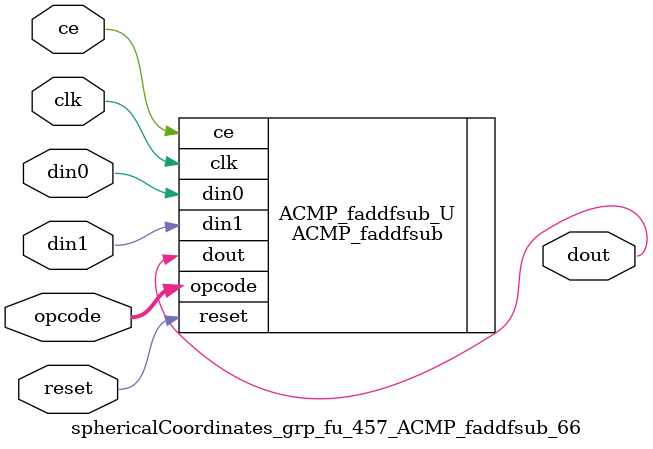
<source format=v>

`timescale 1 ns / 1 ps
module sphericalCoordinates_grp_fu_457_ACMP_faddfsub_66(
    clk,
    reset,
    ce,
    din0,
    din1,
    opcode,
    dout);

parameter ID = 32'd1;
parameter NUM_STAGE = 32'd1;
parameter din0_WIDTH = 32'd1;
parameter din1_WIDTH = 32'd1;
parameter dout_WIDTH = 32'd1;
input clk;
input reset;
input ce;
input[din0_WIDTH - 1:0] din0;
input[din1_WIDTH - 1:0] din1;
input[2 - 1:0] opcode;
output[dout_WIDTH - 1:0] dout;



ACMP_faddfsub #(
.ID( ID ),
.NUM_STAGE( 4 ),
.din0_WIDTH( din0_WIDTH ),
.din1_WIDTH( din1_WIDTH ),
.dout_WIDTH( dout_WIDTH ))
ACMP_faddfsub_U(
    .clk( clk ),
    .reset( reset ),
    .ce( ce ),
    .din0( din0 ),
    .din1( din1 ),
    .dout( dout ),
    .opcode( opcode ));

endmodule

</source>
